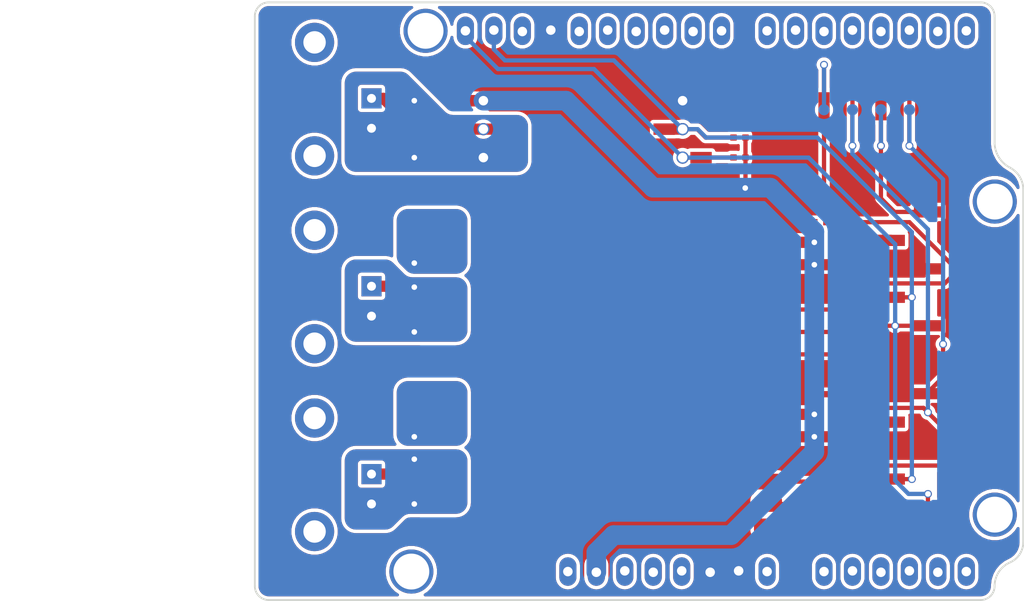
<source format=kicad_pcb>
(kicad_pcb (version 20171130) (host pcbnew "(5.1.8-0-10_14)")
  (title_block (title "Whitebox T2 Mini for Arduino") (date 2020-05-15) (rev 2) (company "Meister Whiteboxes GmbH") (comment 1 "Attribution-ShareAlike 4.0 International License") (comment 2 "Licensed under a Creative Commons ") (comment 3 "Pedro Martin, Patrick Meister"))
  (layers (0 F.Cu signal) (31 B.Cu signal) (34 B.Paste user) (35 F.Paste user) (36 B.SilkS user) (37 F.SilkS user) (38 B.Mask user) (39 F.Mask user) (44 Edge.Cuts user))
  (net 0 "")
  (net 1 GND)
  (net 2 /SDA)
  (net 3 /SCL)
  (net 4 Vioref)
  (net 5 /INT5)
  (net 6 /INT4)
  (net 7 "Net-(D201-Pad2)")
  (net 8 "Net-(D202-Pad2)")
  (net 9 /isochannels/GNDISO1)
  (net 10 /isochannels/GNDISO2)
  (net 11 /isochannels/PRB1)
  (net 12 /isochannels/PRBGND1)
  (net 13 /isochannels/PRBGND2)
  (net 14 /isochannels/PRB2)
  (net 15 /isochannels/VDDISO1)
  (net 16 /isochannels/VDDISO2)
  (net 17 /nonisochannels/PRBGND3)
  (net 18 /nonisochannels/PRB3)
  (net 19 /isochannels/ENABLE2)
  (net 20 /isochannels/ENABLE3)
  (module tentacle:WB-testpoint (layer B.Cu) (at 182.88 86.225)
    (fp_text reference TP104 hide)
    (fp_text value TestPoint hide)
    (pad 1 smd circle (at 0 -0.441) (size 1 1) (layers B.Cu B.Mask) (net 6 /INT4))
  )
  (module tentacle:WB-testpoint (layer B.Cu) (at 185.42 81.415)
    (fp_text reference TP105 hide)
    (fp_text value TestPoint hide)
    (pad 1 smd circle (at 0 4.369) (size 1 1) (layers B.Cu B.Mask) (net 5 /INT5))
  )
  (module tentacle:WB-testpoint (layer B.Cu) (at 180.34 81.415)
    (fp_text reference TP103 hide)
    (fp_text value TestPoint hide)
    (pad 1 smd circle (at 0 4.369) (size 1 1) (layers B.Cu B.Mask) (net 20 /isochannels/ENABLE3))
  )
  (module tentacle:WB-testpoint (layer B.Cu) (at 177.8 84.725)
    (fp_text reference TP102 hide)
    (fp_text value TestPoint hide)
    (pad 1 smd circle (at 0 1.059) (size 1 1) (layers B.Cu B.Mask) (net 19 /isochannels/ENABLE2))
  )
  (module tentacle-mini:WB-t2-shield (layer F.Cu) (at 127 76.24)
    (fp_text reference SHIELD101 hide)
    (fp_text value ARDUINO_SHIELD hide)
    (pad AD5 thru_hole oval (at 63.5 50.76 90) (size 2.54 1.524) (drill 0.85) (layers *.Cu *.Mask))
    (pad AD4 thru_hole oval (at 60.96 50.8235 90) (size 2.54 1.524) (drill 0.85 (offset 0.0635 0)) (layers *.Cu *.Mask))
    (pad AD3 thru_hole oval (at 58.42 50.6965 90) (size 2.54 1.524) (drill 0.85 (offset -0.0635 0)) (layers *.Cu *.Mask))
    (pad AD0 thru_hole oval (at 50.8 50.76 90) (size 2.54 1.524) (drill 0.85) (layers *.Cu *.Mask))
    (pad AD1 thru_hole oval (at 53.34 50.6965 90) (size 2.54 1.524) (drill 0.85 (offset -0.0635 0)) (layers *.Cu *.Mask))
    (pad AD2 thru_hole oval (at 55.88 50.8235 90) (size 2.54 1.524) (drill 0.85 (offset 0.0635 0)) (layers *.Cu *.Mask))
    (pad V_IN thru_hole oval (at 45.72 50.76 90) (size 2.54 1.524) (drill 0.85) (layers *.Cu *.Mask))
    (pad GND2 thru_hole oval (at 43.18 50.6965 90) (size 2.54 1.524) (drill 0.85 (offset -0.0635 0)) (layers *.Cu *.Mask) (net 1 GND))
    (pad GND1 thru_hole oval (at 40.64 50.8235 90) (size 2.54 1.524) (drill 0.85 (offset 0.0635 0)) (layers *.Cu *.Mask) (net 1 GND))
    (pad 3V3 thru_hole oval (at 35.56 50.8235 90) (size 2.54 1.524) (drill 0.85 (offset 0.0635 0)) (layers *.Cu *.Mask))
    (pad RST thru_hole oval (at 33.02 50.6965 90) (size 2.54 1.524) (drill 0.85 (offset -0.0635 0)) (layers *.Cu *.Mask))
    (pad 0 thru_hole oval (at 63.5 2.5 90) (size 2.54 1.524) (drill 0.85) (layers *.Cu *.Mask))
    (pad 1 thru_hole oval (at 60.96 2.5635 90) (size 2.54 1.524) (drill 0.85 (offset 0.0635 0)) (layers *.Cu *.Mask))
    (pad 2 thru_hole oval (at 58.42 2.4365 90) (size 2.54 1.524) (drill 0.85 (offset -0.0635 0)) (layers *.Cu *.Mask))
    (pad 3 thru_hole oval (at 55.88 2.5635 90) (size 2.54 1.524) (drill 0.85 (offset 0.0635 0)) (layers *.Cu *.Mask))
    (pad 4 thru_hole oval (at 53.34 2.4365 90) (size 2.54 1.524) (drill 0.85 (offset -0.0635 0)) (layers *.Cu *.Mask))
    (pad 5 thru_hole oval (at 50.8 2.5635 90) (size 2.54 1.524) (drill 0.85 (offset 0.0635 0)) (layers *.Cu *.Mask))
    (pad 6 thru_hole oval (at 48.26 2.4365 90) (size 2.54 1.524) (drill 0.85 (offset -0.0635 0)) (layers *.Cu *.Mask))
    (pad 7 thru_hole oval (at 45.72 2.5 90) (size 2.54 1.524) (drill 0.85) (layers *.Cu *.Mask))
    (pad 8 thru_hole oval (at 41.656 2.5 90) (size 2.54 1.524) (drill 0.85) (layers *.Cu *.Mask))
    (pad 9 thru_hole oval (at 39.116 2.5635 90) (size 2.54 1.524) (drill 0.85 (offset 0.0635 0)) (layers *.Cu *.Mask))
    (pad 10 thru_hole oval (at 36.576 2.4365 90) (size 2.54 1.524) (drill 0.85 (offset -0.0635 0)) (layers *.Cu *.Mask))
    (pad 11 thru_hole oval (at 34.036 2.5635 90) (size 2.54 1.524) (drill 0.85 (offset 0.0635 0)) (layers *.Cu *.Mask))
    (pad 12 thru_hole oval (at 31.496 2.4365 90) (size 2.54 1.524) (drill 0.85 (offset -0.0635 0)) (layers *.Cu *.Mask))
    (pad 13 thru_hole oval (at 28.956 2.5635 90) (size 2.54 1.524) (drill 0.85 (offset 0.0635 0)) (layers *.Cu *.Mask))
    (pad GND3 thru_hole oval (at 26.416 2.4365 90) (size 2.54 1.524) (drill 0.85 (offset -0.0635 0)) (layers *.Cu *.Mask) (net 1 GND))
    (pad AREF thru_hole oval (at 23.876 2.5635 90) (size 2.54 1.524) (drill 0.85 (offset 0.0635 0)) (layers *.Cu *.Mask))
    (pad 5V thru_hole oval (at 38.1 50.6965 90) (size 2.54 1.524) (drill 0.85 (offset -0.0635 0)) (layers *.Cu *.Mask))
    (pad "" thru_hole circle (at 66.04 45.68 90) (size 3.937 3.937) (drill 3.2) (layers *.Cu *.Mask))
    (pad "" thru_hole circle (at 66.04 17.74 90) (size 3.937 3.937) (drill 3.2) (layers *.Cu *.Mask))
    (pad "" thru_hole circle (at 15.24 2.5 90) (size 3.937 3.937) (drill 3.2) (layers *.Cu *.Mask))
    (pad "" thru_hole circle (at 13.97 50.76 90) (size 3.937 3.937) (drill 3.2) (layers *.Cu *.Mask))
    (pad IORE thru_hole oval (at 30.48 50.8235 90) (size 2.54 1.524) (drill 0.85 (offset 0.0635 0)) (layers *.Cu *.Mask) (net 4 Vioref))
    (pad NC thru_hole oval (at 27.94 50.76 90) (size 2.54 1.524) (drill 0.85) (layers *.Cu *.Mask))
    (pad SDA thru_hole oval (at 21.336 2.4365 90) (size 2.54 1.524) (drill 0.85 (offset -0.0635 0)) (layers *.Cu *.Mask) (net 2 /SDA))
    (pad SCL thru_hole oval (at 18.796 2.5 90) (size 2.54 1.524) (drill 0.85) (layers *.Cu *.Mask) (net 3 /SCL))
  )
  (module tentacle:WB-R-SMD-0402 (layer F.Cu) (at 177.472 95.8167)
    (fp_text reference R104)
    (fp_text value 1M)
    (pad 1 smd rect (at -0.5334 0) (size 0.5588 0.5588) (layers F.Cu F.Paste F.Mask) (net 4 Vioref))
    (pad 2 smd rect (at 0.5334 0) (size 0.5588 0.5588) (layers F.Cu F.Paste F.Mask) (net 19 /isochannels/ENABLE2))
  )
  (module tentacle:WB-R-SMD-0402 (layer F.Cu) (at 177.472 111.171)
    (fp_text reference R103)
    (fp_text value 1M)
    (pad 1 smd rect (at -0.5334 0) (size 0.5588 0.5588) (layers F.Cu F.Paste F.Mask) (net 4 Vioref))
    (pad 2 smd rect (at 0.5334 0) (size 0.5588 0.5588) (layers F.Cu F.Paste F.Mask) (net 20 /isochannels/ENABLE3))
  )
  (module tentacle:WB-fiducial_1mm (layer F.Cu) (at 128.905 127.635)
    (fp_text reference fiducial hide)
    (fp_text value VAL** hide)
    (pad 1 smd circle (at 0 0) (size 1 1) (layers F.Cu F.Mask) (clearance 0.5))
  )
  (module tentacle:WB-fiducial_1mm (layer F.Cu) (at 190.6 85.5)
    (fp_text reference fiducial hide)
    (fp_text value VAL** hide)
    (pad 1 smd circle (at 0 0) (size 1 1) (layers F.Cu F.Mask) (clearance 0.5))
  )
  (module tentacle:WB-LED-G-SMD-0402 (layer F.Cu) (at 141.234 112.94 270)
    (fp_text reference D201)
    (fp_text value LED)
    (pad 1 smd rect (at 0.5334 0 270) (size 0.5588 0.5588) (layers F.Cu F.Paste F.Mask) (net 9 /isochannels/GNDISO1))
    (pad 2 smd rect (at -0.5334 0 270) (size 0.5588 0.5588) (layers F.Cu F.Paste F.Mask) (net 7 "Net-(D201-Pad2)"))
  )
  (module tentacle:WB-LED-G-SMD-0402 (layer F.Cu) (at 141.234 97.58 270)
    (fp_text reference D202)
    (fp_text value LED)
    (pad 2 smd rect (at -0.5334 0 270) (size 0.5588 0.5588) (layers F.Cu F.Paste F.Mask) (net 8 "Net-(D202-Pad2)"))
    (pad 1 smd rect (at 0.5334 0 270) (size 0.5588 0.5588) (layers F.Cu F.Paste F.Mask) (net 10 /isochannels/GNDISO2))
  )
  (module tentacle:WB-1x4-header-female-SMD (layer F.Cu) (at 181.61 83.82 270)
    (fp_text reference P102)
    (fp_text value INT-DIS)
    (pad 1 smd rect (at -1.655 -3.81 270) (size 2.51 1) (layers F.Cu F.Paste F.Mask) (net 5 /INT5))
    (pad 3 smd rect (at -1.655 1.27 270) (size 2.51 1) (layers F.Cu F.Paste F.Mask) (net 20 /isochannels/ENABLE3))
    (pad 2 smd rect (at 1.655 -1.27 270) (size 2.51 1) (layers F.Cu F.Paste F.Mask) (net 6 /INT4))
    (pad 4 smd rect (at 1.655 3.81 270) (size 2.51 1) (layers F.Cu F.Paste F.Mask) (net 19 /isochannels/ENABLE2))
  )
  (module tentacle:WB-BNC (layer F.Cu) (at 132.334 118.364 90)
    (fp_text reference P201)
    (fp_text value BNC)
    (pad 2 thru_hole circle (at -2.6035 5.08 90) (size 1.8 1.8) (drill 0.8) (layers *.Cu *.Mask) (net 12 /isochannels/PRBGND1))
    (pad 1 thru_hole rect (at 0.0635 5.08 90) (size 1.8 1.8) (drill 0.8) (layers *.Cu *.Mask) (net 11 /isochannels/PRB1))
    (pad "" thru_hole circle (at 5.0635 0 90) (size 3.5 3.5) (drill 2) (layers *.Cu *.Mask))
    (pad "" thru_hole circle (at -5.0635 0 90) (size 3.5 3.5) (drill 2) (layers *.Cu *.Mask))
  )
  (module tentacle:WB-BNC (layer F.Cu) (at 132.334 101.6 90)
    (fp_text reference P202)
    (fp_text value BNC)
    (pad "" thru_hole circle (at -5.0635 0 90) (size 3.5 3.5) (drill 2) (layers *.Cu *.Mask))
    (pad "" thru_hole circle (at 5.0635 0 90) (size 3.5 3.5) (drill 2) (layers *.Cu *.Mask))
    (pad 1 thru_hole rect (at 0.0635 5.08 90) (size 1.8 1.8) (drill 0.8) (layers *.Cu *.Mask) (net 14 /isochannels/PRB2))
    (pad 2 thru_hole circle (at -2.6035 5.08 90) (size 1.8 1.8) (drill 0.8) (layers *.Cu *.Mask) (net 13 /isochannels/PRBGND2))
  )
  (module tentacle:WB-BNC (layer F.Cu) (at 132.334 84.836 90)
    (fp_text reference P301)
    (fp_text value BNC)
    (pad 2 thru_hole circle (at -2.6035 5.08 90) (size 1.8 1.8) (drill 0.8) (layers *.Cu *.Mask) (net 17 /nonisochannels/PRBGND3))
    (pad 1 thru_hole rect (at 0.0635 5.08 90) (size 1.8 1.8) (drill 0.8) (layers *.Cu *.Mask) (net 18 /nonisochannels/PRB3))
    (pad "" thru_hole circle (at 5.0635 0 90) (size 3.5 3.5) (drill 2) (layers *.Cu *.Mask))
    (pad "" thru_hole circle (at -5.0635 0 90) (size 3.5 3.5) (drill 2) (layers *.Cu *.Mask))
  )
  (module tentacle:WB-1x5-header-male-SMD (layer F.Cu) (at 185.42 116.205 180)
    (fp_text reference P302)
    (fp_text value "CHANNEL 5")
    (pad 1 smd rect (at -1.655 -5.08 180) (size 2.51 1) (layers F.Cu F.Paste F.Mask) (net 3 /SCL))
    (pad 3 smd rect (at -1.655 0 180) (size 2.51 1) (layers F.Cu F.Paste F.Mask) (net 1 GND))
    (pad 5 smd rect (at -1.655 5.08 180) (size 2.51 1) (layers F.Cu F.Paste F.Mask) (net 5 /INT5))
    (pad 2 smd rect (at 1.655 -2.54 180) (size 2.51 1) (layers F.Cu F.Paste F.Mask) (net 2 /SDA))
    (pad 4 smd rect (at 1.655 2.54 180) (size 2.51 1) (layers F.Cu F.Paste F.Mask) (net 4 Vioref))
  )
  (module tentacle:WB-1x5-header-male-SMD (layer F.Cu) (at 185.42 99.98456 180)
    (fp_text reference P303)
    (fp_text value "CHANNEL 4")
    (pad 4 smd rect (at 1.655 2.54 180) (size 2.51 1) (layers F.Cu F.Paste F.Mask) (net 4 Vioref))
    (pad 2 smd rect (at 1.655 -2.54 180) (size 2.51 1) (layers F.Cu F.Paste F.Mask) (net 2 /SDA))
    (pad 5 smd rect (at -1.655 5.08 180) (size 2.51 1) (layers F.Cu F.Paste F.Mask) (net 6 /INT4))
    (pad 3 smd rect (at -1.655 0 180) (size 2.51 1) (layers F.Cu F.Paste F.Mask) (net 1 GND))
    (pad 1 smd rect (at -1.655 -5.08 180) (size 2.51 1) (layers F.Cu F.Paste F.Mask) (net 3 /SCL))
  )
  (module tentacle:WB-R-SMD-0402 (layer F.Cu) (at 170.258 90.043 180)
    (fp_text reference R101)
    (fp_text value 4.7K)
    (pad 1 smd rect (at -0.5334 0 180) (size 0.5588 0.5588) (layers F.Cu F.Paste F.Mask) (net 4 Vioref))
    (pad 2 smd rect (at 0.5334 0 180) (size 0.5588 0.5588) (layers F.Cu F.Paste F.Mask) (net 3 /SCL))
  )
  (module tentacle:WB-R-SMD-0402 (layer F.Cu) (at 170.258 88.265 180)
    (fp_text reference R102)
    (fp_text value 4.7K)
    (pad 2 smd rect (at 0.5334 0 180) (size 0.5588 0.5588) (layers F.Cu F.Paste F.Mask) (net 2 /SDA))
    (pad 1 smd rect (at -0.5334 0 180) (size 0.5588 0.5588) (layers F.Cu F.Paste F.Mask) (net 4 Vioref))
  )
  (module tentacle:WB-R-SMD-0402 (layer F.Cu) (at 141.774 111.3743 180)
    (fp_text reference R201)
    (fp_text value R)
    (pad 1 smd rect (at -0.5334 0 180) (size 0.5588 0.5588) (layers F.Cu F.Paste F.Mask) (net 15 /isochannels/VDDISO1))
    (pad 2 smd rect (at 0.5334 0 180) (size 0.5588 0.5588) (layers F.Cu F.Paste F.Mask) (net 7 "Net-(D201-Pad2)"))
  )
  (module tentacle:WB-R-SMD-0402 (layer F.Cu) (at 141.774 96.02 180)
    (fp_text reference R202)
    (fp_text value R)
    (pad 2 smd rect (at 0.5334 0 180) (size 0.5588 0.5588) (layers F.Cu F.Paste F.Mask) (net 8 "Net-(D202-Pad2)"))
    (pad 1 smd rect (at -0.5334 0 180) (size 0.5588 0.5588) (layers F.Cu F.Paste F.Mask) (net 16 /isochannels/VDDISO2))
  )
  (module tentacle:WB-EZO-RL (layer F.Cu) (at 156.29 87.5157 270)
    (fp_text reference STP301 hide)
    (fp_text value "EZO CIRCUIT" hide)
    (pad 6 thru_hole circle (at 2.54 8.89 270) (size 1.1 1.1) (drill 0.85) (layers *.Cu *.Mask) (net 17 /nonisochannels/PRBGND3))
    (pad 5 thru_hole circle (at 0 8.89 270) (size 1.1 1.1) (drill 0.85) (layers *.Cu *.Mask) (net 18 /nonisochannels/PRB3))
    (pad 4 thru_hole circle (at -2.54 8.89 270) (size 1.1 1.1) (drill 0.85) (layers *.Cu *.Mask) (net 4 Vioref))
    (pad 3 thru_hole circle (at 2.54 -8.89 270) (size 1.1 1.1) (drill 0.85) (layers *.Cu *.Mask) (net 3 /SCL))
    (pad 2 thru_hole circle (at 0 -8.89 270) (size 1.1 1.1) (drill 0.85) (layers *.Cu *.Mask) (net 2 /SDA))
    (pad 1 thru_hole circle (at -2.54 -8.89 270) (size 1.1 1.1) (drill 0.85) (layers *.Cu *.Mask) (net 1 GND))
    (pad 6 smd rect (at 2.54 10.535 270) (size 1.02 1.91) (layers F.Cu F.Paste F.Mask) (net 17 /nonisochannels/PRBGND3))
    (pad 5 smd rect (at 0 7.245 270) (size 1.02 1.91) (layers F.Cu F.Paste F.Mask) (net 18 /nonisochannels/PRB3))
    (pad 4 smd rect (at -2.54 10.535 270) (size 1.02 1.91) (layers F.Cu F.Paste F.Mask) (net 4 Vioref))
    (pad 3 smd rect (at 2.54 -10.535 270) (size 1.02 1.91) (layers F.Cu F.Paste F.Mask) (net 3 /SCL))
    (pad 2 smd rect (at 0 -7.245 270) (size 1.02 1.91) (layers F.Cu F.Paste F.Mask) (net 2 /SDA))
    (pad 1 smd rect (at -2.54 -10.535 270) (size 1.02 1.91) (layers F.Cu F.Paste F.Mask) (net 1 GND))
  )
  (module tentacle:WB-T0-isolator (layer F.Cu) (at 158.066 117.9703 270)
    (fp_text reference U201 hide)
    (fp_text value whitebox-isolator hide)
    (pad 1 smd roundrect (at -5 14.732 270) (size 1.4 2.5) (layers F.Cu F.Paste F.Mask) (net 15 /isochannels/VDDISO1))
    (pad 2 smd roundrect (at -3 14.732 270) (size 1.4 2.5) (layers F.Cu F.Paste F.Mask) (net 9 /isochannels/GNDISO1))
    (pad 3 smd roundrect (at -1 14.732 270) (size 1.4 2.5) (layers F.Cu F.Paste F.Mask) (net 12 /isochannels/PRBGND1))
    (pad 4 smd roundrect (at 1 14.732 270) (size 1.4 2.5) (layers F.Cu F.Paste F.Mask) (net 11 /isochannels/PRB1))
    (pad 5 smd roundrect (at 3 14.732 270) (size 1.4 2.5) (layers F.Cu F.Paste F.Mask) (net 12 /isochannels/PRBGND1))
    (pad 6 smd roundrect (at 5 14.732 270) (size 1.4 2.5) (layers F.Cu F.Paste F.Mask))
    (pad 7 smd roundrect (at 5 -14.732 270) (size 1.4 2.5) (layers F.Cu F.Paste F.Mask) (net 3 /SCL))
    (pad 8 smd roundrect (at 3 -14.732 270) (size 1.4 2.5) (layers F.Cu F.Paste F.Mask) (net 2 /SDA))
    (pad 9 smd roundrect (at 1 -14.732 270) (size 1.4 2.5) (layers F.Cu F.Paste F.Mask) (net 20 /isochannels/ENABLE3))
    (pad 10 smd roundrect (at -1 -14.732 270) (size 1.4 2.5) (layers F.Cu F.Paste F.Mask) (net 1 GND))
    (pad 11 smd roundrect (at -3 -14.732 270) (size 1.4 2.5) (layers F.Cu F.Paste F.Mask) (net 4 Vioref))
    (pad 12 smd roundrect (at -5 -14.732 270) (size 1.4 2.5) (layers F.Cu F.Paste F.Mask) (net 4 Vioref))
  )
  (module tentacle:WB-T0-isolator (layer F.Cu) (at 158.066 102.616 270)
    (fp_text reference U202 hide)
    (fp_text value whitebox-isolator hide)
    (pad 12 smd roundrect (at -5 -14.732 270) (size 1.4 2.5) (layers F.Cu F.Paste F.Mask) (net 4 Vioref))
    (pad 11 smd roundrect (at -3 -14.732 270) (size 1.4 2.5) (layers F.Cu F.Paste F.Mask) (net 4 Vioref))
    (pad 10 smd roundrect (at -1 -14.732 270) (size 1.4 2.5) (layers F.Cu F.Paste F.Mask) (net 1 GND))
    (pad 9 smd roundrect (at 1 -14.732 270) (size 1.4 2.5) (layers F.Cu F.Paste F.Mask) (net 19 /isochannels/ENABLE2))
    (pad 8 smd roundrect (at 3 -14.732 270) (size 1.4 2.5) (layers F.Cu F.Paste F.Mask) (net 2 /SDA))
    (pad 7 smd roundrect (at 5 -14.732 270) (size 1.4 2.5) (layers F.Cu F.Paste F.Mask) (net 3 /SCL))
    (pad 6 smd roundrect (at 5 14.732 270) (size 1.4 2.5) (layers F.Cu F.Paste F.Mask))
    (pad 5 smd roundrect (at 3 14.732 270) (size 1.4 2.5) (layers F.Cu F.Paste F.Mask) (net 13 /isochannels/PRBGND2))
    (pad 4 smd roundrect (at 1 14.732 270) (size 1.4 2.5) (layers F.Cu F.Paste F.Mask) (net 14 /isochannels/PRB2))
    (pad 3 smd roundrect (at -1 14.732 270) (size 1.4 2.5) (layers F.Cu F.Paste F.Mask) (net 13 /isochannels/PRBGND2))
    (pad 2 smd roundrect (at -3 14.732 270) (size 1.4 2.5) (layers F.Cu F.Paste F.Mask) (net 10 /isochannels/GNDISO2))
    (pad 1 smd roundrect (at -5 14.732 270) (size 1.4 2.5) (layers F.Cu F.Paste F.Mask) (net 16 /isochannels/VDDISO2))
  )
  (gr_arc (start 128.243 128.296) (end 127.363 129.175) (angle -44.93) (layer Edge.Cuts) (width 0.16))
  (gr_arc (start 128.243 128.296) (end 127 128.297) (angle -44.93) (layer Edge.Cuts) (width 0.16))
  (gr_line (start 127 128.297) (end 127 77.443) (angle 90) (layer Edge.Cuts) (width 0.16))
  (gr_arc (start 128.243 77.444) (end 127.363 76.565) (angle -44.93) (layer Edge.Cuts) (width 0.16))
  (gr_arc (start 128.243 77.444) (end 128.241 76.2) (angle -44.93) (layer Edge.Cuts) (width 0.16))
  (gr_line (start 128.241 76.2) (end 191.785 76.2) (angle 90) (layer Edge.Cuts) (width 0.16))
  (gr_arc (start 191.783 77.444) (end 192.663 76.565) (angle -44.93) (layer Edge.Cuts) (width 0.16))
  (gr_arc (start 191.783 77.444) (end 193.027 77.443) (angle -44.93) (layer Edge.Cuts) (width 0.16))
  (gr_line (start 193.027 77.443) (end 193.027 88.807) (angle 90) (layer Edge.Cuts) (width 0.16))
  (gr_arc (start 195.575 88.689) (end 193.027 88.807) (angle -30.073) (layer Edge.Cuts) (width 0.16))
  (gr_arc (start 195.575 88.689) (end 193.429 90.068) (angle -30.073) (layer Edge.Cuts) (width 0.16))
  (gr_arc (start 193.385 92.903) (end 195.235 91.717) (angle -29.572) (layer Edge.Cuts) (width 0.16))
  (gr_arc (start 193.385 92.903) (end 195.58 92.784) (angle -29.572) (layer Edge.Cuts) (width 0.16))
  (gr_line (start 195.58 92.784) (end 195.58 124.461) (angle 90) (layer Edge.Cuts) (width 0.16))
  (gr_arc (start 193.621 124.386) (end 195.245 125.484) (angle -31.864) (layer Edge.Cuts) (width 0.16))
  (gr_arc (start 193.621 124.386) (end 194.42 126.175) (angle -31.864) (layer Edge.Cuts) (width 0.16))
  (gr_arc (start 195.337 128.298) (end 194.42 126.175) (angle -32.391) (layer Edge.Cuts) (width 0.16))
  (gr_arc (start 195.337 128.298) (end 193.426 126.997) (angle -32.391) (layer Edge.Cuts) (width 0.16))
  (gr_line (start 193.027 128.223) (end 193.027 128.297) (angle 90) (layer Edge.Cuts) (width 0.16))
  (gr_arc (start 191.783 128.296) (end 192.663 129.175) (angle -44.93) (layer Edge.Cuts) (width 0.16))
  (gr_arc (start 191.783 128.296) (end 191.785 129.54) (angle -44.93) (layer Edge.Cuts) (width 0.16))
  (gr_line (start 191.785 129.54) (end 128.241 129.54) (angle 90) (layer Edge.Cuts) (width 0.16))
  (segment (start 170.053 126.9365) (end 170.18 127.0635) (width 1.75) (layer F.Cu) (net 1))
  (segment (start 167.64 126.9365) (end 170.053 126.9365) (width 1.75) (layer F.Cu) (net 1))
  (segment (start 172.798 116.9703) (end 179.324 116.9703) (width 1) (layer F.Cu) (net 1))
  (segment (start 180.0893 116.205) (end 179.324 116.9703) (width 1) (layer F.Cu) (net 1))
  (segment (start 187.075 116.205) (end 180.0893 116.205) (width 1) (layer F.Cu) (net 1))
  (segment (start 172.798 101.616) (end 179.324 101.616) (width 1) (layer F.Cu) (net 1))
  (segment (start 180.95544 99.98456) (end 179.324 101.616) (width 1) (layer F.Cu) (net 1))
  (segment (start 187.075 99.98456) (end 180.95544 99.98456) (width 1) (layer F.Cu) (net 1))
  (via (at 185.64098 118.75) (size 0.7) (drill 0.5) (layers F.Cu B.Cu) (net 2))
  (via (at 185.63844 102.52456) (size 0.7) (drill 0.5) (layers F.Cu B.Cu) (net 2))
  (segment (start 179.324 105.616) (end 172.798 105.616) (width 0.381) (layer F.Cu) (net 2))
  (segment (start 182.41544 102.52456) (end 179.324 105.616) (width 0.381) (layer F.Cu) (net 2))
  (segment (start 185.63844 102.52456) (end 182.41544 102.52456) (width 0.381) (layer F.Cu) (net 2))
  (segment (start 185.64098 118.618) (end 185.64098 102.5271) (width 0.381) (layer B.Cu) (net 2))
  (segment (start 166.4877 87.5157) (end 165.178 87.5157) (width 0.381) (layer F.Cu) (net 2))
  (segment (start 167.237 88.265) (end 166.4877 87.5157) (width 0.381) (layer F.Cu) (net 2))
  (segment (start 169.7246 88.265) (end 167.237 88.265) (width 0.381) (layer F.Cu) (net 2))
  (segment (start 163.533 87.5157) (end 165.178 87.5157) (width 1) (layer F.Cu) (net 2))
  (segment (start 179.324 120.9703) (end 172.798 120.9703) (width 0.381) (layer F.Cu) (net 2))
  (segment (start 181.5493 118.745) (end 179.324 120.9703) (width 0.381) (layer F.Cu) (net 2))
  (segment (start 183.77 118.75) (end 183.765 118.745) (width 0.25) (layer F.Cu) (net 2))
  (segment (start 185.64098 118.75) (end 183.77 118.75) (width 0.381) (layer F.Cu) (net 2))
  (segment (start 181.5493 118.745) (end 183.765 118.745) (width 0.381) (layer F.Cu) (net 2))
  (segment (start 148.336 80.39354) (end 148.336 78.6765) (width 0.381) (layer B.Cu) (net 2))
  (segment (start 149.32246 81.38) (end 148.336 80.39354) (width 0.381) (layer B.Cu) (net 2))
  (segment (start 159.0423 81.38) (end 149.32246 81.38) (width 0.381) (layer B.Cu) (net 2))
  (segment (start 165.178 87.5157) (end 159.0423 81.38) (width 0.381) (layer B.Cu) (net 2))
  (segment (start 166.5224 87.5157) (end 165.178 87.5157) (width 0.381) (layer B.Cu) (net 2))
  (segment (start 167.2717 88.265) (end 166.5224 87.5157) (width 0.381) (layer B.Cu) (net 2))
  (segment (start 177.2 88.265) (end 167.2717 88.265) (width 0.381) (layer B.Cu) (net 2))
  (segment (start 185.63844 96.70344) (end 177.2 88.265) (width 0.381) (layer B.Cu) (net 2))
  (segment (start 185.63844 102.52456) (end 185.63844 96.70344) (width 0.381) (layer B.Cu) (net 2))
  (via (at 184.15 105.06456) (size 0.7) (drill 0.5) (layers F.Cu B.Cu) (net 3))
  (via (at 187.07608 120.07088) (size 0.7) (drill 0.5) (layers F.Cu B.Cu) (net 3))
  (segment (start 187.075 121.158) (end 187.075 120.07196) (width 0.381) (layer F.Cu) (net 3))
  (segment (start 179.324 122.9703) (end 172.798 122.9703) (width 0.381) (layer F.Cu) (net 3))
  (segment (start 181.0093 121.285) (end 179.324 122.9703) (width 0.381) (layer F.Cu) (net 3))
  (segment (start 187.075 121.285) (end 181.0093 121.285) (width 0.381) (layer F.Cu) (net 3))
  (segment (start 187.075 105.06456) (end 181.87544 105.06456) (width 0.381) (layer F.Cu) (net 3))
  (segment (start 172.798 107.616) (end 179.324 107.616) (width 0.381) (layer F.Cu) (net 3))
  (segment (start 181.87544 105.06456) (end 179.324 107.616) (width 0.381) (layer F.Cu) (net 3))
  (segment (start 166.8357 90.043) (end 166.823 90.0557) (width 0.25) (layer F.Cu) (net 3))
  (segment (start 169.7246 90.043) (end 166.8357 90.043) (width 0.381) (layer F.Cu) (net 3))
  (segment (start 165.178 90.0557) (end 166.823 90.0557) (width 0.381) (layer F.Cu) (net 3))
  (segment (start 184.15 118.88) (end 184.15 105.06456) (width 0.381) (layer B.Cu) (net 3))
  (segment (start 185.34088 120.07088) (end 184.15 118.88) (width 0.381) (layer B.Cu) (net 3))
  (segment (start 187.07608 120.07088) (end 185.34088 120.07088) (width 0.381) (layer B.Cu) (net 3))
  (segment (start 145.796 79.248) (end 145.796 78.74) (width 0.381) (layer B.Cu) (net 3))
  (segment (start 148.698 82.15) (end 145.796 79.248) (width 0.381) (layer B.Cu) (net 3))
  (segment (start 157.2723 82.15) (end 148.698 82.15) (width 0.381) (layer B.Cu) (net 3))
  (segment (start 165.178 90.0557) (end 157.2723 82.15) (width 0.381) (layer B.Cu) (net 3))
  (segment (start 184.15 97.782) (end 176.4237 90.0557) (width 0.381) (layer B.Cu) (net 3))
  (segment (start 176.4237 90.0557) (end 165.178 90.0557) (width 0.381) (layer B.Cu) (net 3))
  (segment (start 184.15 105.06456) (end 184.15 97.782) (width 0.381) (layer B.Cu) (net 3))
  (segment (start 170.7914 88.265) (end 170.7914 90.043) (width 0.381) (layer F.Cu) (net 4))
  (via (at 170.77 92.77) (size 0.7) (drill 0.5) (layers F.Cu B.Cu) (net 4))
  (segment (start 145.753 84.9757) (end 147.398 84.9757) (width 1) (layer F.Cu) (net 4))
  (segment (start 157.48 127.0635) (end 157.48 125.2855) (width 1.75) (layer B.Cu) (net 4))
  (segment (start 157.48 125.2855) (end 159.0175 123.748) (width 1.75) (layer B.Cu) (net 4))
  (segment (start 173.01162 92.74) (end 162.5392 92.74) (width 1.75) (layer B.Cu) (net 4))
  (segment (start 159.0175 123.748) (end 169.5077 123.748) (width 1.75) (layer B.Cu) (net 4))
  (segment (start 169.5077 123.748) (end 176.9364 116.3193) (width 1.75) (layer B.Cu) (net 4))
  (segment (start 176.9364 116.3193) (end 176.9364 96.66478) (width 1.75) (layer B.Cu) (net 4))
  (segment (start 162.5392 92.74) (end 154.7749 84.9757) (width 1.75) (layer B.Cu) (net 4))
  (segment (start 176.9364 96.66478) (end 173.01162 92.74) (width 1.75) (layer B.Cu) (net 4))
  (segment (start 154.7749 84.9757) (end 147.398 84.9757) (width 1.75) (layer B.Cu) (net 4))
  (via (at 176.9364 114.9703) (size 0.7) (drill 0.5) (layers F.Cu B.Cu) (net 4))
  (via (at 176.9364 99.616) (size 0.7) (drill 0.5) (layers F.Cu B.Cu) (net 4))
  (segment (start 179.324 99.616) (end 172.798 99.616) (width 1) (layer F.Cu) (net 4))
  (segment (start 172.798 114.9703) (end 176.9364 114.9703) (width 1) (layer F.Cu) (net 4))
  (segment (start 176.9364 114.9703) (end 179.324 114.9703) (width 1) (layer F.Cu) (net 4))
  (segment (start 180.6293 113.665) (end 179.324 114.9703) (width 1) (layer F.Cu) (net 4))
  (segment (start 183.765 113.665) (end 180.6293 113.665) (width 1) (layer F.Cu) (net 4))
  (segment (start 181.49544 97.44456) (end 179.324 99.616) (width 1) (layer F.Cu) (net 4))
  (segment (start 183.765 97.44456) (end 181.49544 97.44456) (width 1) (layer F.Cu) (net 4))
  (segment (start 170.7914 92.7486) (end 170.77 92.77) (width 0.381) (layer F.Cu) (net 4))
  (segment (start 170.7914 90.043) (end 170.7914 92.7486) (width 0.381) (layer F.Cu) (net 4))
  (via (at 176.9364 112.9703) (size 0.7) (drill 0.5) (layers F.Cu B.Cu) (net 4))
  (segment (start 172.798 112.9703) (end 176.9364 112.9703) (width 1) (layer F.Cu) (net 4))
  (via (at 176.9364 97.616) (size 0.7) (drill 0.5) (layers F.Cu B.Cu) (net 4))
  (segment (start 176.9364 111.1732) (end 176.9386 111.171) (width 0.381) (layer F.Cu) (net 4))
  (segment (start 176.9364 112.9703) (end 176.9364 111.1732) (width 0.381) (layer F.Cu) (net 4))
  (segment (start 172.798 97.616) (end 176.9364 97.616) (width 1) (layer F.Cu) (net 4))
  (segment (start 176.9364 95.8189) (end 176.9386 95.8167) (width 0.381) (layer F.Cu) (net 4))
  (segment (start 176.9364 97.616) (end 176.9364 95.8189) (width 0.381) (layer F.Cu) (net 4))
  (via (at 185.42 89) (size 0.7) (drill 0.5) (layers F.Cu B.Cu) (net 5))
  (segment (start 188.42482 109.64818) (end 187.075 110.998) (width 0.381) (layer F.Cu) (net 5))
  (segment (start 188.42482 106.7054) (end 188.42482 109.64818) (width 0.381) (layer F.Cu) (net 5))
  (via (at 188.42482 106.7054) (size 0.7) (drill 0.5) (layers F.Cu B.Cu) (net 5))
  (segment (start 188.42482 92.00482) (end 185.42 89) (width 0.381) (layer B.Cu) (net 5))
  (segment (start 188.42482 106.7054) (end 188.42482 92.00482) (width 0.381) (layer B.Cu) (net 5))
  (segment (start 185.42 89) (end 185.42 82.165) (width 0.381) (layer F.Cu) (net 5))
  (segment (start 185.42 89) (end 185.42 85.784) (width 0.381) (layer B.Cu) (net 5))
  (segment (start 184.09412 94.90456) (end 187.075 94.90456) (width 0.381) (layer F.Cu) (net 6))
  (segment (start 182.88 93.69044) (end 184.09412 94.90456) (width 0.381) (layer F.Cu) (net 6))
  (via (at 182.88 89) (size 0.7) (drill 0.5) (layers F.Cu B.Cu) (net 6))
  (segment (start 182.88 93.69044) (end 182.88 89.05) (width 0.381) (layer F.Cu) (net 6))
  (segment (start 182.88 89.05) (end 182.88 85.475) (width 0.381) (layer F.Cu) (net 6))
  (segment (start 182.88 89) (end 182.88 85.784) (width 0.381) (layer B.Cu) (net 6))
  (segment (start 141.234 111.36) (end 141.234 112.4) (width 0.381) (layer F.Cu) (net 7))
  (segment (start 141.2266 97.0432) (end 141.23 97.0466) (width 0.25) (layer F.Cu) (net 8))
  (segment (start 141.2406 96.02) (end 141.2406 97.0432) (width 0.381) (layer F.Cu) (net 8))
  (via (at 141.234 114.9703) (size 0.7) (drill 0.5) (layers F.Cu B.Cu) (net 9))
  (via (at 141.234 99.47) (size 0.7) (drill 0.5) (layers F.Cu B.Cu) (net 10))
  (segment (start 141.234 118.9703) (end 143.334 118.9703) (width 1) (layer F.Cu) (net 11))
  (segment (start 137.414 118.3005) (end 140.5642 118.3005) (width 1) (layer F.Cu) (net 11))
  (segment (start 140.5642 118.3005) (end 141.234 118.9703) (width 1) (layer F.Cu) (net 11))
  (via (at 141.234 116.9703) (size 0.7) (drill 0.5) (layers F.Cu B.Cu) (net 12))
  (via (at 141.234 120.9703) (size 0.7) (drill 0.5) (layers F.Cu B.Cu) (net 12))
  (via (at 141.234 101.616) (size 0.7) (drill 0.5) (layers F.Cu B.Cu) (net 13))
  (via (at 141.234 105.616) (size 0.7) (drill 0.5) (layers F.Cu B.Cu) (net 13))
  (segment (start 143.334 103.616) (end 140.90574 103.616) (width 1) (layer F.Cu) (net 14))
  (segment (start 138.82624 101.5365) (end 137.414 101.5365) (width 1) (layer F.Cu) (net 14))
  (segment (start 140.90574 103.616) (end 138.82624 101.5365) (width 1) (layer F.Cu) (net 14))
  (segment (start 143.334 112.3866) (end 142.3074 111.36) (width 0.381) (layer F.Cu) (net 15))
  (segment (start 143.334 112.9703) (end 143.334 112.3866) (width 0.381) (layer F.Cu) (net 15))
  (segment (start 143.334 97.0466) (end 142.3074 96.02) (width 0.381) (layer F.Cu) (net 16))
  (segment (start 143.334 97.616) (end 143.334 97.0466) (width 0.381) (layer F.Cu) (net 16))
  (via (at 141.234 84.976) (size 0.7) (drill 0.5) (layers F.Cu B.Cu) (net 17))
  (via (at 141.234 90.056) (size 0.7) (drill 0.5) (layers F.Cu B.Cu) (net 17))
  (segment (start 138.4905 84.7725) (end 141.234 87.516) (width 1) (layer F.Cu) (net 18))
  (segment (start 137.414 84.7725) (end 138.4905 84.7725) (width 1) (layer F.Cu) (net 18))
  (segment (start 149.0427 87.516) (end 149.043 87.5157) (width 1) (layer F.Cu) (net 18))
  (segment (start 141.234 87.516) (end 149.0427 87.516) (width 1) (layer F.Cu) (net 18))
  (segment (start 179.324 103.616) (end 172.798 103.616) (width 0.381) (layer F.Cu) (net 19))
  (segment (start 181.6575 101.2825) (end 179.324 103.616) (width 0.381) (layer F.Cu) (net 19))
  (segment (start 189.1411 100.7237) (end 188.5823 101.2825) (width 0.381) (layer F.Cu) (net 19))
  (segment (start 189.1411 99.5411) (end 189.1411 100.7237) (width 0.381) (layer F.Cu) (net 19))
  (segment (start 185.4167 95.8167) (end 189.1411 99.5411) (width 0.381) (layer F.Cu) (net 19))
  (segment (start 188.5823 101.2825) (end 181.6575 101.2825) (width 0.381) (layer F.Cu) (net 19))
  (segment (start 178.0054 95.8167) (end 185.4167 95.8167) (width 0.381) (layer F.Cu) (net 19))
  (segment (start 177.8 85.475) (end 177.8 95.076) (width 0.381) (layer F.Cu) (net 19))
  (segment (start 178.0054 95.2814) (end 178.0054 95.8167) (width 0.381) (layer F.Cu) (net 19))
  (segment (start 177.8 95.076) (end 178.0054 95.2814) (width 0.381) (layer F.Cu) (net 19))
  (via (at 177.8 81.771) (size 0.7) (drill 0.5) (layers F.Cu B.Cu) (net 19))
  (segment (start 177.8 84.725) (end 177.8 81.774) (width 0.381) (layer B.Cu) (net 19))
  (segment (start 177.8 81.774) (end 177.797 81.771) (width 0.381) (layer B.Cu) (net 19))
  (segment (start 177.8 81.774) (end 177.8 85.475) (width 0.381) (layer F.Cu) (net 19))
  (segment (start 177.797 81.771) (end 177.8 81.774) (width 0.381) (layer F.Cu) (net 19))
  (segment (start 177.8 84.725) (end 177.8 85.784) (width 0.381) (layer B.Cu) (net 19))
  (via (at 187.07608 112.78992) (size 0.7) (drill 0.5) (layers F.Cu B.Cu) (net 20))
  (via (at 180.334 89) (size 0.7) (drill 0.5) (layers F.Cu B.Cu) (net 20))
  (segment (start 180.34 82.165) (end 180.34 85.778) (width 0.381) (layer F.Cu) (net 20))
  (segment (start 179.324 118.9703) (end 180.75326 117.54104) (width 0.381) (layer F.Cu) (net 20))
  (segment (start 172.798 118.9703) (end 179.324 118.9703) (width 0.381) (layer F.Cu) (net 20))
  (segment (start 188.46596 117.54104) (end 189.131 116.876) (width 0.381) (layer F.Cu) (net 20))
  (segment (start 180.75326 117.54104) (end 188.46596 117.54104) (width 0.381) (layer F.Cu) (net 20))
  (segment (start 189.131 116.876) (end 189.131 114.86) (width 0.381) (layer F.Cu) (net 20))
  (segment (start 180.16 112.395) (end 186.68116 112.395) (width 0.381) (layer F.Cu) (net 20))
  (segment (start 178.0054 111.171) (end 178.936 111.171) (width 0.381) (layer F.Cu) (net 20))
  (segment (start 186.68116 112.395) (end 187.07608 112.78992) (width 0.381) (layer F.Cu) (net 20))
  (segment (start 178.936 111.171) (end 180.16 112.395) (width 0.381) (layer F.Cu) (net 20))
  (segment (start 187.07608 112.80508) (end 189.131 114.86) (width 0.381) (layer F.Cu) (net 20))
  (segment (start 187.07608 112.78992) (end 187.07608 112.80508) (width 0.381) (layer F.Cu) (net 20))
  (segment (start 180.335106 89.712) (end 180.34 89.707106) (width 0.381) (layer B.Cu) (net 20))
  (segment (start 180.334 89.712) (end 180.335106 89.712) (width 0.381) (layer B.Cu) (net 20))
  (segment (start 187.07608 96.45408) (end 180.334 89.712) (width 0.381) (layer B.Cu) (net 20))
  (segment (start 187.07608 112.78992) (end 187.07608 96.45408) (width 0.381) (layer B.Cu) (net 20))
  (segment (start 180.334 89.712) (end 180.334 89) (width 0.381) (layer B.Cu) (net 20))
  (segment (start 180.334 85.79) (end 180.34 85.784) (width 0.381) (layer B.Cu) (net 20))
  (segment (start 180.334 89) (end 180.334 85.79) (width 0.381) (layer B.Cu) (net 20))
  (segment (start 180.334 85.784) (end 180.334 89) (width 0.381) (layer F.Cu) (net 20))
  (segment (start 180.34 85.778) (end 180.334 85.784) (width 0.381) (layer F.Cu) (net 20))
  (zone (net 1) (net_name GND) (layer F.Cu) (connect_pads yes (clearance 0.25)) (min_thickness 0.254) (fill yes (arc_segments 32) (thermal_gap 0.508) (thermal_bridge_width 0.508) (smoothing fillet) (radius 1))
    (polygon (pts (xy 127 76.2) (xy 195.58 76.2) (xy 195.58 129.54) (xy 127 129.54)))
  )
  (zone (net 1) (net_name GND) (layer B.Cu) (connect_pads yes (clearance 0.25)) (min_thickness 0.254) (fill yes (arc_segments 32) (thermal_gap 0.508) (thermal_bridge_width 0.508) (smoothing fillet) (radius 1))
    (polygon (pts (xy 127 76.2) (xy 195.58 76.2) (xy 195.58 129.54) (xy 127 129.54)))
  )
  (zone (net 13) (net_name /isochannels/PRBGND2) (layer F.Cu) (priority 2) (connect_pads yes (clearance 0.25)) (min_thickness 0.254) (fill yes (arc_segments 32) (thermal_gap 0.508) (thermal_bridge_width 0.508) (smoothing fillet) (radius 1))
    (polygon (pts (xy 139.05 99.1505) (xy 140.638 100.7385) (xy 145.971 100.7385) (xy 145.971 106.4895) (xy 137.61974 106.4895) (xy 135.028 106.4895) (xy 135.028 99.1505)))
  )
  (zone (net 10) (net_name /isochannels/GNDISO2) (layer F.Cu) (priority 1) (connect_pads yes (clearance 0.25)) (min_thickness 0.254) (fill yes (arc_segments 32) (thermal_gap 0.508) (thermal_bridge_width 0.508) (smoothing fillet) (radius 1))
    (polygon (pts (xy 139.666 94.6465) (xy 145.971 94.6465) (xy 145.971 100.4225) (xy 140.822 100.4225) (xy 139.666 99.2665)))
  )
  (zone (net 17) (net_name /nonisochannels/PRBGND3) (layer F.Cu) (priority 1) (connect_pads yes (clearance 0.25)) (min_thickness 0.254) (fill yes (arc_segments 32) (thermal_gap 0.508) (thermal_bridge_width 0.508) (smoothing fillet) (radius 1))
    (polygon (pts (xy 140.406 82.3865) (xy 144.269 86.2495) (xy 151.384 86.2495) (xy 151.384 91.3245) (xy 139.94 91.32316) (xy 135.028 91.3245) (xy 135.028 82.3865)))
  )
  (zone (net 12) (net_name /isochannels/PRBGND1) (layer F.Cu) (priority 2) (connect_pads yes (clearance 0.25)) (min_thickness 0.254) (fill yes (arc_segments 32) (thermal_gap 0.508) (thermal_bridge_width 0.508) (smoothing fillet) (radius 1))
    (polygon (pts (xy 145.971 116.0925) (xy 145.971 121.8445) (xy 140.459 121.8445) (xy 139.05 123.2535) (xy 135.028 123.2535) (xy 135.028 116.0925)))
  )
  (zone (net 13) (net_name /isochannels/PRBGND2) (layer B.Cu) (priority 2) (connect_pads yes (clearance 0.25)) (min_thickness 0.254) (fill yes (arc_segments 32) (thermal_gap 0.508) (thermal_bridge_width 0.508) (smoothing fillet) (radius 1))
    (polygon (pts (xy 139.05 99.1505) (xy 140.638 100.7385) (xy 145.971 100.7385) (xy 145.971 106.4895) (xy 137.61974 106.4895) (xy 135.028 106.4895) (xy 135.028 99.1505)))
  )
  (zone (net 9) (net_name /isochannels/GNDISO1) (layer B.Cu) (priority 1) (connect_pads yes (clearance 0.25)) (min_thickness 0.254) (fill yes (arc_segments 32) (thermal_gap 0.508) (thermal_bridge_width 0.508) (smoothing fillet) (radius 1))
    (polygon (pts (xy 139.666 110.0008) (xy 145.971 110.0008) (xy 145.971 115.7768) (xy 139.666 115.7768)))
  )
  (zone (net 9) (net_name /isochannels/GNDISO1) (layer F.Cu) (priority 1) (connect_pads yes (clearance 0.25)) (min_thickness 0.254) (fill yes (arc_segments 32) (thermal_gap 0.508) (thermal_bridge_width 0.508) (smoothing fillet) (radius 1))
    (polygon (pts (xy 139.666 110.0008) (xy 145.971 110.0008) (xy 145.971 115.7768) (xy 139.666 115.7768)))
  )
  (zone (net 10) (net_name /isochannels/GNDISO2) (layer B.Cu) (priority 1) (connect_pads yes (clearance 0.25)) (min_thickness 0.254) (fill yes (arc_segments 32) (thermal_gap 0.508) (thermal_bridge_width 0.508) (smoothing fillet) (radius 1))
    (polygon (pts (xy 139.666 94.6465) (xy 145.971 94.6465) (xy 145.971 100.4225) (xy 140.822 100.4225) (xy 139.666 99.2665)))
  )
  (zone (net 12) (net_name /isochannels/PRBGND1) (layer B.Cu) (priority 2) (connect_pads yes (clearance 0.25)) (min_thickness 0.254) (fill yes (arc_segments 32) (thermal_gap 0.508) (thermal_bridge_width 0.508) (smoothing fillet) (radius 1))
    (polygon (pts (xy 145.971 116.0925) (xy 145.971 121.8445) (xy 140.459 121.8445) (xy 139.05 123.2535) (xy 135.028 123.2535) (xy 135.028 116.0925)))
  )
  (zone (net 17) (net_name /nonisochannels/PRBGND3) (layer B.Cu) (priority 1) (connect_pads yes (clearance 0.25)) (min_thickness 0.254) (fill yes (arc_segments 32) (thermal_gap 0.508) (thermal_bridge_width 0.508) (smoothing fillet) (radius 1))
    (polygon (pts (xy 140.406 82.3865) (xy 144.269 86.2495) (xy 151.384 86.2495) (xy 151.384 91.3245) (xy 139.94 91.32316) (xy 135.028 91.3245) (xy 135.028 82.3865)))
  )
  (zone (net 0) (net_name "") (layers F&B.Cu) (connect_pads (clearance 0.25)) (min_thickness 0.254)
    (keepout (tracks allowed) (vias allowed) (copperpour not_allowed))
    (fill (arc_segments 16) (thermal_gap 0.508) (thermal_bridge_width 0.508))
    (polygon (pts (xy 186.8805 117.54104) (xy 186.8805 120.60174) (xy 187.8965 120.60174) (xy 187.8965 117.54104)))
  )
  (zone (net 0) (net_name "") (layers F&B.Cu) (connect_pads (clearance 0.25)) (min_thickness 0.254)
    (keepout (tracks allowed) (vias allowed) (copperpour not_allowed))
    (fill (arc_segments 16) (thermal_gap 0.508) (thermal_bridge_width 0.508))
    (polygon (pts (xy 186.8805 95.808) (xy 186.881 104.381) (xy 187.897 104.381) (xy 187.897 95.808)))
  )
  (zone (net 0) (net_name "") (layer B.Cu) (connect_pads (clearance 0.25)) (min_thickness 0.254)
    (keepout (tracks allowed) (vias allowed) (copperpour not_allowed))
    (fill (arc_segments 32) (thermal_gap 0.508) (thermal_bridge_width 0.508))
    (polygon (pts (xy 187.897 104.382) (xy 187.897 117.532) (xy 186.885 117.517) (xy 186.881 104.382)))
  )
)
</source>
